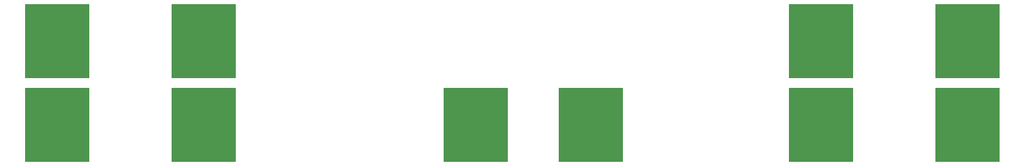
<source format=gtp>
G04 MADE WITH FRITZING*
G04 WWW.FRITZING.ORG*
G04 DOUBLE SIDED*
G04 HOLES PLATED*
G04 CONTOUR ON CENTER OF CONTOUR VECTOR*
%ASAXBY*%
%FSLAX23Y23*%
%MOIN*%
%OFA0B0*%
%SFA1.0B1.0*%
%ADD10R,0.311111X0.355556*%
%LNPASTEMASK1*%
G90*
G70*
G54D10*
X977Y687D03*
X4627Y287D03*
X4627Y687D03*
X3927Y287D03*
X3927Y687D03*
X2827Y287D03*
X2277Y287D03*
X977Y287D03*
X277Y287D03*
X277Y687D03*
G04 End of PasteMask1*
M02*
</source>
